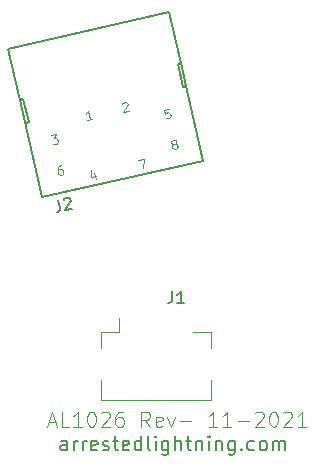
<source format=gto>
%TF.GenerationSoftware,KiCad,Pcbnew,5.1.12-84ad8e8a86~92~ubuntu20.04.1*%
%TF.CreationDate,2021-12-06T23:57:06-06:00*%
%TF.ProjectId,portboard_img4,706f7274-626f-4617-9264-5f696d67342e,rev?*%
%TF.SameCoordinates,Original*%
%TF.FileFunction,Legend,Top*%
%TF.FilePolarity,Positive*%
%FSLAX46Y46*%
G04 Gerber Fmt 4.6, Leading zero omitted, Abs format (unit mm)*
G04 Created by KiCad (PCBNEW 5.1.12-84ad8e8a86~92~ubuntu20.04.1) date 2021-12-06 23:57:06*
%MOMM*%
%LPD*%
G01*
G04 APERTURE LIST*
%ADD10C,0.150000*%
%ADD11C,0.125000*%
%ADD12C,0.127000*%
%ADD13C,0.120000*%
%ADD14C,0.065024*%
G04 APERTURE END LIST*
D10*
X102471071Y-99031357D02*
X102471071Y-98402785D01*
X102413928Y-98288500D01*
X102299642Y-98231357D01*
X102071071Y-98231357D01*
X101956785Y-98288500D01*
X102471071Y-98974214D02*
X102356785Y-99031357D01*
X102071071Y-99031357D01*
X101956785Y-98974214D01*
X101899642Y-98859928D01*
X101899642Y-98745642D01*
X101956785Y-98631357D01*
X102071071Y-98574214D01*
X102356785Y-98574214D01*
X102471071Y-98517071D01*
X103042500Y-99031357D02*
X103042500Y-98231357D01*
X103042500Y-98459928D02*
X103099642Y-98345642D01*
X103156785Y-98288500D01*
X103271071Y-98231357D01*
X103385357Y-98231357D01*
X103785357Y-99031357D02*
X103785357Y-98231357D01*
X103785357Y-98459928D02*
X103842500Y-98345642D01*
X103899642Y-98288500D01*
X104013928Y-98231357D01*
X104128214Y-98231357D01*
X104985357Y-98974214D02*
X104871071Y-99031357D01*
X104642500Y-99031357D01*
X104528214Y-98974214D01*
X104471071Y-98859928D01*
X104471071Y-98402785D01*
X104528214Y-98288500D01*
X104642500Y-98231357D01*
X104871071Y-98231357D01*
X104985357Y-98288500D01*
X105042500Y-98402785D01*
X105042500Y-98517071D01*
X104471071Y-98631357D01*
X105499642Y-98974214D02*
X105613928Y-99031357D01*
X105842500Y-99031357D01*
X105956785Y-98974214D01*
X106013928Y-98859928D01*
X106013928Y-98802785D01*
X105956785Y-98688500D01*
X105842500Y-98631357D01*
X105671071Y-98631357D01*
X105556785Y-98574214D01*
X105499642Y-98459928D01*
X105499642Y-98402785D01*
X105556785Y-98288500D01*
X105671071Y-98231357D01*
X105842500Y-98231357D01*
X105956785Y-98288500D01*
X106356785Y-98231357D02*
X106813928Y-98231357D01*
X106528214Y-97831357D02*
X106528214Y-98859928D01*
X106585357Y-98974214D01*
X106699642Y-99031357D01*
X106813928Y-99031357D01*
X107671071Y-98974214D02*
X107556785Y-99031357D01*
X107328214Y-99031357D01*
X107213928Y-98974214D01*
X107156785Y-98859928D01*
X107156785Y-98402785D01*
X107213928Y-98288500D01*
X107328214Y-98231357D01*
X107556785Y-98231357D01*
X107671071Y-98288500D01*
X107728214Y-98402785D01*
X107728214Y-98517071D01*
X107156785Y-98631357D01*
X108756785Y-99031357D02*
X108756785Y-97831357D01*
X108756785Y-98974214D02*
X108642500Y-99031357D01*
X108413928Y-99031357D01*
X108299642Y-98974214D01*
X108242500Y-98917071D01*
X108185357Y-98802785D01*
X108185357Y-98459928D01*
X108242500Y-98345642D01*
X108299642Y-98288500D01*
X108413928Y-98231357D01*
X108642500Y-98231357D01*
X108756785Y-98288500D01*
X109499642Y-99031357D02*
X109385357Y-98974214D01*
X109328214Y-98859928D01*
X109328214Y-97831357D01*
X109956785Y-99031357D02*
X109956785Y-98231357D01*
X109956785Y-97831357D02*
X109899642Y-97888500D01*
X109956785Y-97945642D01*
X110013928Y-97888500D01*
X109956785Y-97831357D01*
X109956785Y-97945642D01*
X111042500Y-98231357D02*
X111042500Y-99202785D01*
X110985357Y-99317071D01*
X110928214Y-99374214D01*
X110813928Y-99431357D01*
X110642500Y-99431357D01*
X110528214Y-99374214D01*
X111042500Y-98974214D02*
X110928214Y-99031357D01*
X110699642Y-99031357D01*
X110585357Y-98974214D01*
X110528214Y-98917071D01*
X110471071Y-98802785D01*
X110471071Y-98459928D01*
X110528214Y-98345642D01*
X110585357Y-98288500D01*
X110699642Y-98231357D01*
X110928214Y-98231357D01*
X111042500Y-98288500D01*
X111613928Y-99031357D02*
X111613928Y-97831357D01*
X112128214Y-99031357D02*
X112128214Y-98402785D01*
X112071071Y-98288500D01*
X111956785Y-98231357D01*
X111785357Y-98231357D01*
X111671071Y-98288500D01*
X111613928Y-98345642D01*
X112528214Y-98231357D02*
X112985357Y-98231357D01*
X112699642Y-97831357D02*
X112699642Y-98859928D01*
X112756785Y-98974214D01*
X112871071Y-99031357D01*
X112985357Y-99031357D01*
X113385357Y-98231357D02*
X113385357Y-99031357D01*
X113385357Y-98345642D02*
X113442500Y-98288500D01*
X113556785Y-98231357D01*
X113728214Y-98231357D01*
X113842500Y-98288500D01*
X113899642Y-98402785D01*
X113899642Y-99031357D01*
X114471071Y-99031357D02*
X114471071Y-98231357D01*
X114471071Y-97831357D02*
X114413928Y-97888500D01*
X114471071Y-97945642D01*
X114528214Y-97888500D01*
X114471071Y-97831357D01*
X114471071Y-97945642D01*
X115042500Y-98231357D02*
X115042500Y-99031357D01*
X115042500Y-98345642D02*
X115099642Y-98288500D01*
X115213928Y-98231357D01*
X115385357Y-98231357D01*
X115499642Y-98288500D01*
X115556785Y-98402785D01*
X115556785Y-99031357D01*
X116642500Y-98231357D02*
X116642500Y-99202785D01*
X116585357Y-99317071D01*
X116528214Y-99374214D01*
X116413928Y-99431357D01*
X116242500Y-99431357D01*
X116128214Y-99374214D01*
X116642500Y-98974214D02*
X116528214Y-99031357D01*
X116299642Y-99031357D01*
X116185357Y-98974214D01*
X116128214Y-98917071D01*
X116071071Y-98802785D01*
X116071071Y-98459928D01*
X116128214Y-98345642D01*
X116185357Y-98288500D01*
X116299642Y-98231357D01*
X116528214Y-98231357D01*
X116642500Y-98288500D01*
X117213928Y-98917071D02*
X117271071Y-98974214D01*
X117213928Y-99031357D01*
X117156785Y-98974214D01*
X117213928Y-98917071D01*
X117213928Y-99031357D01*
X118299642Y-98974214D02*
X118185357Y-99031357D01*
X117956785Y-99031357D01*
X117842500Y-98974214D01*
X117785357Y-98917071D01*
X117728214Y-98802785D01*
X117728214Y-98459928D01*
X117785357Y-98345642D01*
X117842500Y-98288500D01*
X117956785Y-98231357D01*
X118185357Y-98231357D01*
X118299642Y-98288500D01*
X118985357Y-99031357D02*
X118871071Y-98974214D01*
X118813928Y-98917071D01*
X118756785Y-98802785D01*
X118756785Y-98459928D01*
X118813928Y-98345642D01*
X118871071Y-98288500D01*
X118985357Y-98231357D01*
X119156785Y-98231357D01*
X119271071Y-98288500D01*
X119328214Y-98345642D01*
X119385357Y-98459928D01*
X119385357Y-98802785D01*
X119328214Y-98917071D01*
X119271071Y-98974214D01*
X119156785Y-99031357D01*
X118985357Y-99031357D01*
X119899642Y-99031357D02*
X119899642Y-98231357D01*
X119899642Y-98345642D02*
X119956785Y-98288500D01*
X120071071Y-98231357D01*
X120242500Y-98231357D01*
X120356785Y-98288500D01*
X120413928Y-98402785D01*
X120413928Y-99031357D01*
X120413928Y-98402785D02*
X120471071Y-98288500D01*
X120585357Y-98231357D01*
X120756785Y-98231357D01*
X120871071Y-98288500D01*
X120928214Y-98402785D01*
X120928214Y-99031357D01*
D11*
X100903345Y-96664833D02*
X101498583Y-96664833D01*
X100784297Y-97021976D02*
X101200964Y-95771976D01*
X101617630Y-97021976D01*
X102629535Y-97021976D02*
X102034297Y-97021976D01*
X102034297Y-95771976D01*
X103700964Y-97021976D02*
X102986678Y-97021976D01*
X103343821Y-97021976D02*
X103343821Y-95771976D01*
X103224773Y-95950547D01*
X103105726Y-96069595D01*
X102986678Y-96129119D01*
X104474773Y-95771976D02*
X104593821Y-95771976D01*
X104712869Y-95831500D01*
X104772392Y-95891023D01*
X104831916Y-96010071D01*
X104891440Y-96248166D01*
X104891440Y-96545785D01*
X104831916Y-96783880D01*
X104772392Y-96902928D01*
X104712869Y-96962452D01*
X104593821Y-97021976D01*
X104474773Y-97021976D01*
X104355726Y-96962452D01*
X104296202Y-96902928D01*
X104236678Y-96783880D01*
X104177154Y-96545785D01*
X104177154Y-96248166D01*
X104236678Y-96010071D01*
X104296202Y-95891023D01*
X104355726Y-95831500D01*
X104474773Y-95771976D01*
X105367630Y-95891023D02*
X105427154Y-95831500D01*
X105546202Y-95771976D01*
X105843821Y-95771976D01*
X105962869Y-95831500D01*
X106022392Y-95891023D01*
X106081916Y-96010071D01*
X106081916Y-96129119D01*
X106022392Y-96307690D01*
X105308107Y-97021976D01*
X106081916Y-97021976D01*
X107153345Y-95771976D02*
X106915250Y-95771976D01*
X106796202Y-95831500D01*
X106736678Y-95891023D01*
X106617630Y-96069595D01*
X106558107Y-96307690D01*
X106558107Y-96783880D01*
X106617630Y-96902928D01*
X106677154Y-96962452D01*
X106796202Y-97021976D01*
X107034297Y-97021976D01*
X107153345Y-96962452D01*
X107212869Y-96902928D01*
X107272392Y-96783880D01*
X107272392Y-96486261D01*
X107212869Y-96367214D01*
X107153345Y-96307690D01*
X107034297Y-96248166D01*
X106796202Y-96248166D01*
X106677154Y-96307690D01*
X106617630Y-96367214D01*
X106558107Y-96486261D01*
X109474773Y-97021976D02*
X109058107Y-96426738D01*
X108760488Y-97021976D02*
X108760488Y-95771976D01*
X109236678Y-95771976D01*
X109355726Y-95831500D01*
X109415250Y-95891023D01*
X109474773Y-96010071D01*
X109474773Y-96188642D01*
X109415250Y-96307690D01*
X109355726Y-96367214D01*
X109236678Y-96426738D01*
X108760488Y-96426738D01*
X110486678Y-96962452D02*
X110367630Y-97021976D01*
X110129535Y-97021976D01*
X110010488Y-96962452D01*
X109950964Y-96843404D01*
X109950964Y-96367214D01*
X110010488Y-96248166D01*
X110129535Y-96188642D01*
X110367630Y-96188642D01*
X110486678Y-96248166D01*
X110546202Y-96367214D01*
X110546202Y-96486261D01*
X109950964Y-96605309D01*
X110962869Y-96188642D02*
X111260488Y-97021976D01*
X111558107Y-96188642D01*
X112034297Y-96545785D02*
X112986678Y-96545785D01*
X115189059Y-97021976D02*
X114474773Y-97021976D01*
X114831916Y-97021976D02*
X114831916Y-95771976D01*
X114712869Y-95950547D01*
X114593821Y-96069595D01*
X114474773Y-96129119D01*
X116379535Y-97021976D02*
X115665250Y-97021976D01*
X116022392Y-97021976D02*
X116022392Y-95771976D01*
X115903345Y-95950547D01*
X115784297Y-96069595D01*
X115665250Y-96129119D01*
X116915250Y-96545785D02*
X117867630Y-96545785D01*
X118403345Y-95891023D02*
X118462869Y-95831500D01*
X118581916Y-95771976D01*
X118879535Y-95771976D01*
X118998583Y-95831500D01*
X119058107Y-95891023D01*
X119117630Y-96010071D01*
X119117630Y-96129119D01*
X119058107Y-96307690D01*
X118343821Y-97021976D01*
X119117630Y-97021976D01*
X119891440Y-95771976D02*
X120010488Y-95771976D01*
X120129535Y-95831500D01*
X120189059Y-95891023D01*
X120248583Y-96010071D01*
X120308107Y-96248166D01*
X120308107Y-96545785D01*
X120248583Y-96783880D01*
X120189059Y-96902928D01*
X120129535Y-96962452D01*
X120010488Y-97021976D01*
X119891440Y-97021976D01*
X119772392Y-96962452D01*
X119712869Y-96902928D01*
X119653345Y-96783880D01*
X119593821Y-96545785D01*
X119593821Y-96248166D01*
X119653345Y-96010071D01*
X119712869Y-95891023D01*
X119772392Y-95831500D01*
X119891440Y-95771976D01*
X120784297Y-95891023D02*
X120843821Y-95831500D01*
X120962869Y-95771976D01*
X121260488Y-95771976D01*
X121379535Y-95831500D01*
X121439059Y-95891023D01*
X121498583Y-96010071D01*
X121498583Y-96129119D01*
X121439059Y-96307690D01*
X120724773Y-97021976D01*
X121498583Y-97021976D01*
X122689059Y-97021976D02*
X121974773Y-97021976D01*
X122331916Y-97021976D02*
X122331916Y-95771976D01*
X122212869Y-95950547D01*
X122093821Y-96069595D01*
X121974773Y-96129119D01*
D12*
%TO.C,J2*%
X99200709Y-71262886D02*
X98956922Y-71318273D01*
X98757612Y-69312588D02*
X99200709Y-71262886D01*
X98465067Y-69379052D02*
X98757612Y-69312588D01*
X112267711Y-68294136D02*
X112560255Y-68227672D01*
X111824614Y-66343838D02*
X112267711Y-68294136D01*
X112117158Y-66277373D02*
X111824614Y-66343838D01*
X112117158Y-66277373D02*
X111131268Y-61937959D01*
X112560255Y-68227672D02*
X112117158Y-66277373D01*
X113989243Y-74517385D02*
X112560255Y-68227672D01*
X100337152Y-77619064D02*
X113989243Y-74517385D01*
X98465067Y-69379052D02*
X100337152Y-77619064D01*
X97479177Y-65039638D02*
X98465067Y-69379052D01*
X111131268Y-61937959D02*
X97479177Y-65039638D01*
D13*
%TO.C,J1*%
X106822000Y-88997000D02*
X105332000Y-88997000D01*
X105332000Y-88997000D02*
X105332000Y-90337000D01*
X113142000Y-88997000D02*
X114632000Y-88997000D01*
X114632000Y-88997000D02*
X114632000Y-90337000D01*
X105332000Y-93057000D02*
X105332000Y-94797000D01*
X105332000Y-94797000D02*
X114632000Y-94797000D01*
X114632000Y-94797000D02*
X114632000Y-93057000D01*
X106822000Y-88997000D02*
X106822000Y-87797000D01*
%TO.C,J2*%
D10*
X101719771Y-77834764D02*
X101878020Y-78531300D01*
X101863234Y-78681157D01*
X101791462Y-78795128D01*
X101662705Y-78873213D01*
X101569834Y-78894313D01*
X102158792Y-77832686D02*
X102194677Y-77775701D01*
X102276999Y-77708165D01*
X102509177Y-77655415D01*
X102612599Y-77680751D01*
X102669584Y-77716637D01*
X102737120Y-77798959D01*
X102758220Y-77891830D01*
X102743434Y-78041687D01*
X102312805Y-78725514D01*
X102916469Y-78588365D01*
D14*
X104581717Y-70976854D02*
X104151448Y-71074608D01*
X104366582Y-71025731D02*
X104195511Y-70272760D01*
X104148238Y-70396619D01*
X104092819Y-70484623D01*
X104029254Y-70536772D01*
X107117147Y-69684394D02*
X107144857Y-69640392D01*
X107208422Y-69588243D01*
X107387701Y-69547512D01*
X107467559Y-69567075D01*
X107511561Y-69594785D01*
X107563709Y-69658350D01*
X107580001Y-69730062D01*
X107568584Y-69845775D01*
X107236070Y-70373800D01*
X107702195Y-70267899D01*
X101082353Y-72378812D02*
X101548478Y-72272911D01*
X101362657Y-72616781D01*
X101470225Y-72592342D01*
X101550083Y-72611906D01*
X101594085Y-72639615D01*
X101646233Y-72703181D01*
X101686964Y-72882459D01*
X101667401Y-72962317D01*
X101639691Y-73006319D01*
X101576126Y-73058467D01*
X101360991Y-73107345D01*
X101281133Y-73087782D01*
X101237131Y-73060072D01*
X111048608Y-70114534D02*
X110690050Y-70195997D01*
X110735657Y-70562701D01*
X110763367Y-70518699D01*
X110826932Y-70466551D01*
X111006211Y-70425819D01*
X111086069Y-70445383D01*
X111130071Y-70473092D01*
X111182219Y-70536658D01*
X111222950Y-70715936D01*
X111203387Y-70795794D01*
X111175677Y-70839796D01*
X111112112Y-70891944D01*
X110932833Y-70932676D01*
X110852975Y-70913112D01*
X110808973Y-70885403D01*
X101943792Y-74918064D02*
X101800369Y-74950649D01*
X101736804Y-75002797D01*
X101709094Y-75046799D01*
X101661822Y-75170659D01*
X101658551Y-75322228D01*
X101723721Y-75609074D01*
X101775869Y-75672640D01*
X101819871Y-75700349D01*
X101899729Y-75719912D01*
X102043152Y-75687327D01*
X102106717Y-75635179D01*
X102134427Y-75591177D01*
X102153990Y-75511319D01*
X102113259Y-75332041D01*
X102061111Y-75268475D01*
X102017109Y-75240766D01*
X101937251Y-75221202D01*
X101793828Y-75253787D01*
X101730262Y-75305936D01*
X101702553Y-75349938D01*
X101682989Y-75429795D01*
X111461804Y-73094984D02*
X111381946Y-73075421D01*
X111337944Y-73047711D01*
X111285796Y-72984146D01*
X111277650Y-72948290D01*
X111297213Y-72868432D01*
X111324922Y-72824430D01*
X111388488Y-72772282D01*
X111531911Y-72739697D01*
X111611769Y-72759260D01*
X111655771Y-72786970D01*
X111707919Y-72850535D01*
X111716065Y-72886391D01*
X111696502Y-72966249D01*
X111668792Y-73010251D01*
X111605227Y-73062399D01*
X111461804Y-73094984D01*
X111398239Y-73147132D01*
X111370529Y-73191134D01*
X111350966Y-73270992D01*
X111383551Y-73414415D01*
X111435699Y-73477981D01*
X111479701Y-73505690D01*
X111559559Y-73525253D01*
X111702982Y-73492668D01*
X111766547Y-73440520D01*
X111794257Y-73396518D01*
X111813820Y-73316660D01*
X111781235Y-73173237D01*
X111729087Y-73109672D01*
X111685085Y-73081962D01*
X111605227Y-73062399D01*
X111461804Y-73094984D02*
X111381946Y-73075421D01*
X111337944Y-73047711D01*
X111285796Y-72984146D01*
X111277650Y-72948290D01*
X111297213Y-72868432D01*
X111324922Y-72824430D01*
X111388488Y-72772282D01*
X111531911Y-72739697D01*
X111611769Y-72759260D01*
X111655771Y-72786970D01*
X111707919Y-72850535D01*
X111716065Y-72886391D01*
X111696502Y-72966249D01*
X111668792Y-73010251D01*
X111605227Y-73062399D01*
X111461804Y-73094984D01*
X111398239Y-73147132D01*
X111370529Y-73191134D01*
X111350966Y-73270992D01*
X111383551Y-73414415D01*
X111435699Y-73477981D01*
X111479701Y-73505690D01*
X111559559Y-73525253D01*
X111702982Y-73492668D01*
X111766547Y-73440520D01*
X111794257Y-73396518D01*
X111813820Y-73316660D01*
X111781235Y-73173237D01*
X111729087Y-73109672D01*
X111685085Y-73081962D01*
X111605227Y-73062399D01*
X101082353Y-72378812D02*
X101548478Y-72272911D01*
X101362657Y-72616781D01*
X101470225Y-72592342D01*
X101550083Y-72611906D01*
X101594085Y-72639615D01*
X101646233Y-72703181D01*
X101686964Y-72882459D01*
X101667401Y-72962317D01*
X101639691Y-73006319D01*
X101576126Y-73058467D01*
X101360991Y-73107345D01*
X101281133Y-73087782D01*
X101237131Y-73060072D01*
X104581717Y-70976854D02*
X104151448Y-71074608D01*
X104366582Y-71025731D02*
X104195511Y-70272760D01*
X104148238Y-70396619D01*
X104092819Y-70484623D01*
X104029254Y-70536772D01*
X101943792Y-74918064D02*
X101800369Y-74950649D01*
X101736804Y-75002797D01*
X101709094Y-75046799D01*
X101661822Y-75170659D01*
X101658551Y-75322228D01*
X101723721Y-75609074D01*
X101775869Y-75672640D01*
X101819871Y-75700349D01*
X101899729Y-75719912D01*
X102043152Y-75687327D01*
X102106717Y-75635179D01*
X102134427Y-75591177D01*
X102153990Y-75511319D01*
X102113259Y-75332041D01*
X102061111Y-75268475D01*
X102017109Y-75240766D01*
X101937251Y-75221202D01*
X101793828Y-75253787D01*
X101730262Y-75305936D01*
X101702553Y-75349938D01*
X101682989Y-75429795D01*
X111048608Y-70114534D02*
X110690050Y-70195997D01*
X110735657Y-70562701D01*
X110763367Y-70518699D01*
X110826932Y-70466551D01*
X111006211Y-70425819D01*
X111086069Y-70445383D01*
X111130071Y-70473092D01*
X111182219Y-70536658D01*
X111222950Y-70715936D01*
X111203387Y-70795794D01*
X111175677Y-70839796D01*
X111112112Y-70891944D01*
X110932833Y-70932676D01*
X110852975Y-70913112D01*
X110808973Y-70885403D01*
X107117147Y-69684394D02*
X107144857Y-69640392D01*
X107208422Y-69588243D01*
X107387701Y-69547512D01*
X107467559Y-69567075D01*
X107511561Y-69594785D01*
X107563709Y-69658350D01*
X107580001Y-69730062D01*
X107568584Y-69845775D01*
X107236070Y-70373800D01*
X107702195Y-70267899D01*
X108505309Y-74452807D02*
X109007290Y-74338760D01*
X108855659Y-75165047D01*
X108505309Y-74452807D02*
X109007290Y-74338760D01*
X108855659Y-75165047D01*
X104757753Y-75568177D02*
X104871800Y-76070158D01*
X104513304Y-75322062D02*
X104456219Y-75900630D01*
X104922344Y-75794729D01*
X104757753Y-75568177D02*
X104871800Y-76070158D01*
X104513304Y-75322062D02*
X104456219Y-75900630D01*
X104922344Y-75794729D01*
%TO.C,J1*%
D10*
X111363166Y-85558380D02*
X111363166Y-86272666D01*
X111315547Y-86415523D01*
X111220309Y-86510761D01*
X111077452Y-86558380D01*
X110982214Y-86558380D01*
X112363166Y-86558380D02*
X111791738Y-86558380D01*
X112077452Y-86558380D02*
X112077452Y-85558380D01*
X111982214Y-85701238D01*
X111886976Y-85796476D01*
X111791738Y-85844095D01*
%TD*%
M02*

</source>
